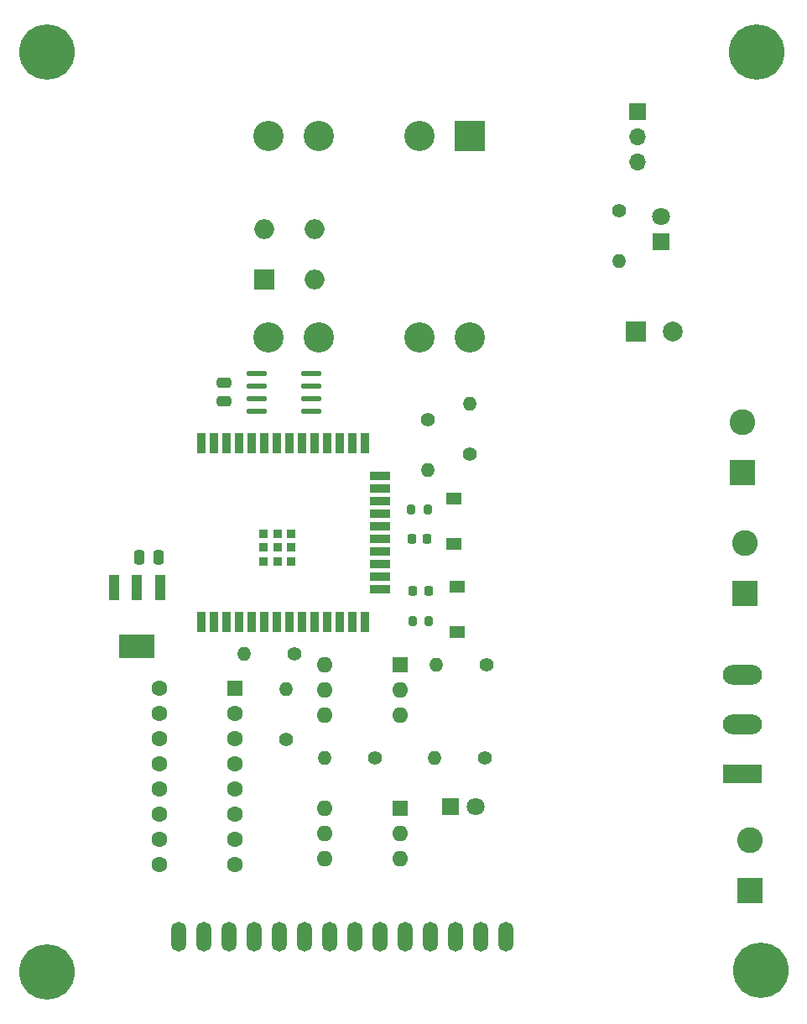
<source format=gbr>
%TF.GenerationSoftware,KiCad,Pcbnew,8.0.3*%
%TF.CreationDate,2024-08-31T20:41:35-05:00*%
%TF.ProjectId,solder_oven_PCB,736f6c64-6572-45f6-9f76-656e5f504342,rev?*%
%TF.SameCoordinates,Original*%
%TF.FileFunction,Soldermask,Top*%
%TF.FilePolarity,Negative*%
%FSLAX46Y46*%
G04 Gerber Fmt 4.6, Leading zero omitted, Abs format (unit mm)*
G04 Created by KiCad (PCBNEW 8.0.3) date 2024-08-31 20:41:35*
%MOMM*%
%LPD*%
G01*
G04 APERTURE LIST*
G04 Aperture macros list*
%AMRoundRect*
0 Rectangle with rounded corners*
0 $1 Rounding radius*
0 $2 $3 $4 $5 $6 $7 $8 $9 X,Y pos of 4 corners*
0 Add a 4 corners polygon primitive as box body*
4,1,4,$2,$3,$4,$5,$6,$7,$8,$9,$2,$3,0*
0 Add four circle primitives for the rounded corners*
1,1,$1+$1,$2,$3*
1,1,$1+$1,$4,$5*
1,1,$1+$1,$6,$7*
1,1,$1+$1,$8,$9*
0 Add four rect primitives between the rounded corners*
20,1,$1+$1,$2,$3,$4,$5,0*
20,1,$1+$1,$4,$5,$6,$7,0*
20,1,$1+$1,$6,$7,$8,$9,0*
20,1,$1+$1,$8,$9,$2,$3,0*%
G04 Aperture macros list end*
%ADD10C,5.600000*%
%ADD11R,2.000000X2.000000*%
%ADD12C,2.000000*%
%ADD13R,2.600000X2.600000*%
%ADD14C,2.600000*%
%ADD15O,1.500000X3.000000*%
%ADD16RoundRect,0.250000X-0.250000X-0.475000X0.250000X-0.475000X0.250000X0.475000X-0.250000X0.475000X0*%
%ADD17R,1.700000X1.700000*%
%ADD18O,1.700000X1.700000*%
%ADD19RoundRect,0.225000X-0.225000X-0.250000X0.225000X-0.250000X0.225000X0.250000X-0.225000X0.250000X0*%
%ADD20C,1.400000*%
%ADD21O,1.400000X1.400000*%
%ADD22RoundRect,0.250000X0.475000X-0.250000X0.475000X0.250000X-0.475000X0.250000X-0.475000X-0.250000X0*%
%ADD23RoundRect,0.200000X0.200000X0.275000X-0.200000X0.275000X-0.200000X-0.275000X0.200000X-0.275000X0*%
%ADD24O,2.000000X2.000000*%
%ADD25R,1.800000X1.800000*%
%ADD26C,1.800000*%
%ADD27R,1.100000X2.500000*%
%ADD28R,3.600000X2.340000*%
%ADD29O,2.050000X0.590000*%
%ADD30R,1.500000X1.230000*%
%ADD31R,0.950000X2.100000*%
%ADD32R,2.100000X0.950000*%
%ADD33R,0.900000X0.900000*%
%ADD34O,3.960000X1.980000*%
%ADD35R,3.960000X1.980000*%
%ADD36R,1.600000X1.600000*%
%ADD37C,1.600000*%
%ADD38O,1.600000X1.600000*%
%ADD39R,3.048000X3.048000*%
%ADD40C,3.048000*%
G04 APERTURE END LIST*
D10*
%TO.C,H3*%
X150700000Y-137075000D03*
%TD*%
D11*
%TO.C,C2*%
X138075000Y-72625000D03*
D12*
X141875000Y-72625000D03*
%TD*%
D13*
%TO.C,P1*%
X148844000Y-86868000D03*
D14*
X148844000Y-81788000D03*
%TD*%
D15*
%TO.C,T1*%
X92010000Y-133700000D03*
X94550000Y-133700000D03*
X97090000Y-133700000D03*
X99630000Y-133700000D03*
X102170000Y-133700000D03*
X104710000Y-133700000D03*
X107250000Y-133700000D03*
X109790000Y-133700000D03*
X112330000Y-133700000D03*
X114870000Y-133700000D03*
X117410000Y-133700000D03*
X119950000Y-133700000D03*
X122490000Y-133700000D03*
X125030000Y-133700000D03*
%TD*%
D16*
%TO.C,C7*%
X88025000Y-95400000D03*
X89925000Y-95400000D03*
%TD*%
D17*
%TO.C,J1*%
X138300000Y-50450000D03*
D18*
X138300000Y-52990000D03*
X138300000Y-55530000D03*
%TD*%
D10*
%TO.C,H2*%
X150275000Y-44400000D03*
%TD*%
D19*
%TO.C,C6*%
X115475000Y-93525000D03*
X117025000Y-93525000D03*
%TD*%
D20*
%TO.C,R6*%
X136450000Y-60445000D03*
D21*
X136450000Y-65525000D03*
%TD*%
D22*
%TO.C,C1*%
X96520000Y-79690000D03*
X96520000Y-77790000D03*
%TD*%
D13*
%TO.C,TC1*%
X149657000Y-129037000D03*
D14*
X149657000Y-123957000D03*
%TD*%
D10*
%TO.C,H4*%
X78675000Y-137225000D03*
%TD*%
D23*
%TO.C,R10*%
X117075000Y-90625000D03*
X115425000Y-90625000D03*
%TD*%
D19*
%TO.C,C5*%
X115625000Y-98825000D03*
X117175000Y-98825000D03*
%TD*%
D11*
%TO.C,D3*%
X100605000Y-67350000D03*
D24*
X105685000Y-67350000D03*
X105685000Y-62270000D03*
X100605000Y-62270000D03*
%TD*%
D25*
%TO.C,D4*%
X140650000Y-63600000D03*
D26*
X140650000Y-61060000D03*
%TD*%
D27*
%TO.C,U3*%
X90075000Y-98420000D03*
X87775000Y-98420000D03*
X85475000Y-98420000D03*
D28*
X87775000Y-104360000D03*
%TD*%
D23*
%TO.C,R9*%
X117200000Y-101825000D03*
X115550000Y-101825000D03*
%TD*%
D13*
%TO.C,R1*%
X149149000Y-99065000D03*
D14*
X149149000Y-93985000D03*
%TD*%
D29*
%TO.C,U2*%
X99846000Y-76830000D03*
X99846000Y-78110000D03*
X99846000Y-79370000D03*
X99846000Y-80640000D03*
X105386000Y-80640000D03*
X105386000Y-79370000D03*
X105386000Y-78110000D03*
X105386000Y-76830000D03*
%TD*%
D10*
%TO.C,H1*%
X78675000Y-44400000D03*
%TD*%
D30*
%TO.C,B2*%
X119725000Y-94075000D03*
X119725000Y-89475000D03*
%TD*%
D31*
%TO.C,U1*%
X94275000Y-101905000D03*
X95545000Y-101905000D03*
X96815000Y-101905000D03*
X98085000Y-101905000D03*
X99355000Y-101905000D03*
X100625000Y-101905000D03*
X101895000Y-101905000D03*
X103165000Y-101905000D03*
X104435000Y-101905000D03*
X105705000Y-101905000D03*
X106975000Y-101905000D03*
X108245000Y-101905000D03*
X109515000Y-101905000D03*
X110785000Y-101905000D03*
D32*
X112275000Y-98615000D03*
X112275000Y-97345000D03*
X112275000Y-96075000D03*
X112275000Y-94805000D03*
X112275000Y-93535000D03*
X112275000Y-92265000D03*
X112275000Y-90995000D03*
X112275000Y-89725000D03*
X112275000Y-88455000D03*
X112275000Y-87185000D03*
D31*
X110785000Y-83905000D03*
X109515000Y-83905000D03*
X108245000Y-83905000D03*
X106975000Y-83905000D03*
X105705000Y-83905000D03*
X104435000Y-83905000D03*
X103165000Y-83905000D03*
X101895000Y-83905000D03*
X100625000Y-83905000D03*
X99355000Y-83905000D03*
X98085000Y-83905000D03*
X96815000Y-83905000D03*
X95545000Y-83905000D03*
X94275000Y-83905000D03*
D33*
X100555000Y-93005000D03*
X100555000Y-94405000D03*
X100555000Y-95805000D03*
X101955000Y-93005000D03*
X101955000Y-94405000D03*
X101955000Y-95805000D03*
X103355000Y-93005000D03*
X103355000Y-94405000D03*
X103355000Y-95805000D03*
%TD*%
D30*
%TO.C,B1*%
X120100000Y-98350000D03*
X120100000Y-102950000D03*
%TD*%
D34*
%TO.C,D1*%
X148844000Y-107268000D03*
X148844000Y-112268000D03*
D35*
X148844000Y-117268000D03*
%TD*%
D36*
%TO.C,U7*%
X97600000Y-108610000D03*
D37*
X97600000Y-111150000D03*
X97600000Y-113690000D03*
X97600000Y-116230000D03*
X97600000Y-118770000D03*
X97600000Y-121310000D03*
X97600000Y-123850000D03*
X97600000Y-126390000D03*
X89980000Y-126390000D03*
X89980000Y-123850000D03*
X89980000Y-121310000D03*
X89980000Y-118770000D03*
X89980000Y-116230000D03*
X89980000Y-113690000D03*
X89980000Y-111150000D03*
X89980000Y-108610000D03*
%TD*%
D36*
%TO.C,U5*%
X114340000Y-120725000D03*
D38*
X114340000Y-123265000D03*
X114340000Y-125805000D03*
X106720000Y-125805000D03*
X106720000Y-123265000D03*
X106720000Y-120725000D03*
%TD*%
D20*
%TO.C,R11*%
X111820000Y-115650000D03*
D21*
X106740000Y-115650000D03*
%TD*%
D39*
%TO.C,T2*%
X121330000Y-52888000D03*
D40*
X116250000Y-52888000D03*
X106090000Y-52888000D03*
X101010000Y-52888000D03*
X101010000Y-73208000D03*
X106090000Y-73208000D03*
X116250000Y-73208000D03*
X121330000Y-73208000D03*
%TD*%
D20*
%TO.C,R2*%
X122880000Y-115650000D03*
D21*
X117800000Y-115650000D03*
%TD*%
D36*
%TO.C,U4*%
X114340000Y-106225000D03*
D38*
X114340000Y-108765000D03*
X114340000Y-111305000D03*
X106720000Y-111305000D03*
X106720000Y-108765000D03*
X106720000Y-106225000D03*
%TD*%
D20*
%TO.C,R8*%
X121386600Y-85039200D03*
D21*
X121386600Y-79959200D03*
%TD*%
D20*
%TO.C,R5*%
X102790000Y-113750000D03*
D21*
X102790000Y-108670000D03*
%TD*%
D25*
%TO.C,D2*%
X119365000Y-120550000D03*
D26*
X121905000Y-120550000D03*
%TD*%
D20*
%TO.C,R3*%
X123080000Y-106250000D03*
D21*
X118000000Y-106250000D03*
%TD*%
D20*
%TO.C,R4*%
X103632000Y-105156000D03*
D21*
X98552000Y-105156000D03*
%TD*%
D20*
%TO.C,R7*%
X117119400Y-81508600D03*
D21*
X117119400Y-86588600D03*
%TD*%
M02*

</source>
